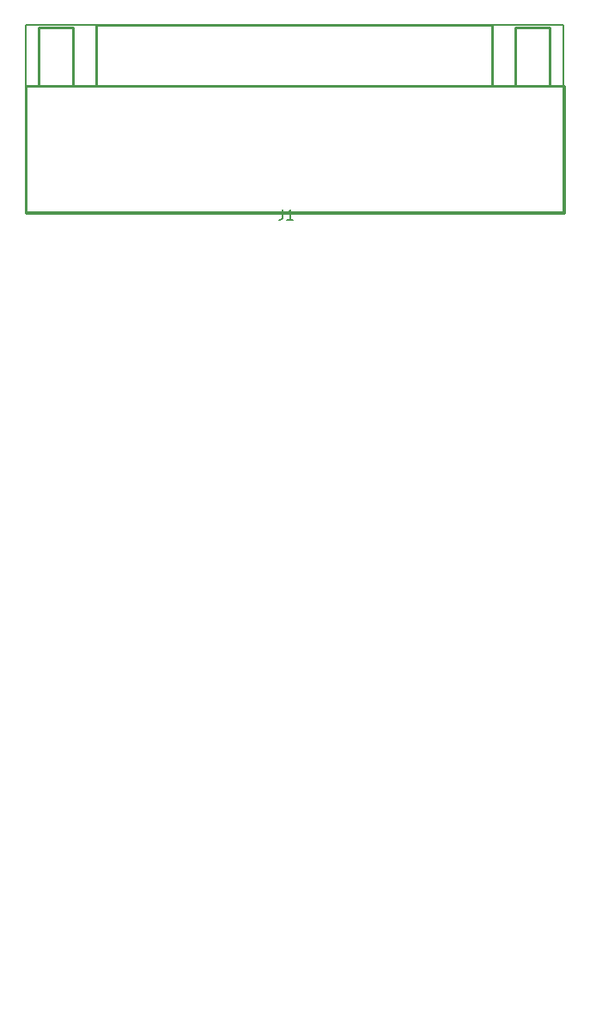
<source format=gbr>
%TF.GenerationSoftware,KiCad,Pcbnew,7.0.2*%
%TF.CreationDate,2023-11-03T12:40:05-06:00*%
%TF.ProjectId,KF40_DB25_Pinheader,4b463430-5f44-4423-9235-5f50696e6865,rev?*%
%TF.SameCoordinates,Original*%
%TF.FileFunction,Legend,Top*%
%TF.FilePolarity,Positive*%
%FSLAX46Y46*%
G04 Gerber Fmt 4.6, Leading zero omitted, Abs format (unit mm)*
G04 Created by KiCad (PCBNEW 7.0.2) date 2023-11-03 12:40:05*
%MOMM*%
%LPD*%
G01*
G04 APERTURE LIST*
%ADD10C,0.200000*%
%ADD11C,0.150000*%
%ADD12C,0.254000*%
%ADD13C,17.000000*%
%ADD14C,10.000000*%
%ADD15C,5.000000*%
%ADD16C,1.800000*%
%ADD17R,1.800000X1.800000*%
%ADD18O,1.700000X1.700000*%
%ADD19R,1.700000X1.700000*%
G04 APERTURE END LIST*
D10*
X-26500000Y52070000D02*
X26500000Y52070000D01*
X-26500000Y70520000D02*
X-26500000Y52070000D01*
X-26500000Y70520000D02*
X26500000Y70520000D01*
X26500000Y70520000D02*
X26500000Y52070000D01*
D11*
%TO.C,H2*%
X26084883Y-9962619D02*
X26084883Y-8962619D01*
X26084883Y-9438809D02*
X26656311Y-9438809D01*
X26656311Y-9962619D02*
X26656311Y-8962619D01*
X27084883Y-9057857D02*
X27132502Y-9010238D01*
X27132502Y-9010238D02*
X27227740Y-8962619D01*
X27227740Y-8962619D02*
X27465835Y-8962619D01*
X27465835Y-8962619D02*
X27561073Y-9010238D01*
X27561073Y-9010238D02*
X27608692Y-9057857D01*
X27608692Y-9057857D02*
X27656311Y-9153095D01*
X27656311Y-9153095D02*
X27656311Y-9248333D01*
X27656311Y-9248333D02*
X27608692Y-9391190D01*
X27608692Y-9391190D02*
X27037264Y-9962619D01*
X27037264Y-9962619D02*
X27656311Y-9962619D01*
%TO.C,J1*%
X-1190476Y52330380D02*
X-1190476Y51616095D01*
X-1190476Y51616095D02*
X-1238095Y51473238D01*
X-1238095Y51473238D02*
X-1333333Y51378000D01*
X-1333333Y51378000D02*
X-1476190Y51330380D01*
X-1476190Y51330380D02*
X-1571428Y51330380D01*
X-190476Y51330380D02*
X-761904Y51330380D01*
X-476190Y51330380D02*
X-476190Y52330380D01*
X-476190Y52330380D02*
X-571428Y52187523D01*
X-571428Y52187523D02*
X-666666Y52092285D01*
X-666666Y52092285D02*
X-761904Y52044666D01*
%TO.C,H6*%
X-27608692Y21037380D02*
X-27608692Y22037380D01*
X-27608692Y21561190D02*
X-27037264Y21561190D01*
X-27037264Y21037380D02*
X-27037264Y22037380D01*
X-26132502Y22037380D02*
X-26322978Y22037380D01*
X-26322978Y22037380D02*
X-26418216Y21989761D01*
X-26418216Y21989761D02*
X-26465835Y21942142D01*
X-26465835Y21942142D02*
X-26561073Y21799285D01*
X-26561073Y21799285D02*
X-26608692Y21608809D01*
X-26608692Y21608809D02*
X-26608692Y21227857D01*
X-26608692Y21227857D02*
X-26561073Y21132619D01*
X-26561073Y21132619D02*
X-26513454Y21085000D01*
X-26513454Y21085000D02*
X-26418216Y21037380D01*
X-26418216Y21037380D02*
X-26227740Y21037380D01*
X-26227740Y21037380D02*
X-26132502Y21085000D01*
X-26132502Y21085000D02*
X-26084883Y21132619D01*
X-26084883Y21132619D02*
X-26037264Y21227857D01*
X-26037264Y21227857D02*
X-26037264Y21465952D01*
X-26037264Y21465952D02*
X-26084883Y21561190D01*
X-26084883Y21561190D02*
X-26132502Y21608809D01*
X-26132502Y21608809D02*
X-26227740Y21656428D01*
X-26227740Y21656428D02*
X-26418216Y21656428D01*
X-26418216Y21656428D02*
X-26513454Y21608809D01*
X-26513454Y21608809D02*
X-26561073Y21561190D01*
X-26561073Y21561190D02*
X-26608692Y21465952D01*
%TO.C,H4*%
X-27608692Y-9962619D02*
X-27608692Y-8962619D01*
X-27608692Y-9438809D02*
X-27037264Y-9438809D01*
X-27037264Y-9962619D02*
X-27037264Y-8962619D01*
X-26132502Y-9295952D02*
X-26132502Y-9962619D01*
X-26370597Y-8915000D02*
X-26608692Y-9629285D01*
X-26608692Y-9629285D02*
X-25989645Y-9629285D01*
%TO.C,H1*%
X26084883Y21037380D02*
X26084883Y22037380D01*
X26084883Y21561190D02*
X26656311Y21561190D01*
X26656311Y21037380D02*
X26656311Y22037380D01*
X27656311Y21037380D02*
X27084883Y21037380D01*
X27370597Y21037380D02*
X27370597Y22037380D01*
X27370597Y22037380D02*
X27275359Y21894523D01*
X27275359Y21894523D02*
X27180121Y21799285D01*
X27180121Y21799285D02*
X27084883Y21751666D01*
%TO.C,H5*%
X-761904Y36537380D02*
X-761904Y37537380D01*
X-761904Y37061190D02*
X-190476Y37061190D01*
X-190476Y36537380D02*
X-190476Y37537380D01*
X761904Y37537380D02*
X285714Y37537380D01*
X285714Y37537380D02*
X238095Y37061190D01*
X238095Y37061190D02*
X285714Y37108809D01*
X285714Y37108809D02*
X380952Y37156428D01*
X380952Y37156428D02*
X619047Y37156428D01*
X619047Y37156428D02*
X714285Y37108809D01*
X714285Y37108809D02*
X761904Y37061190D01*
X761904Y37061190D02*
X809523Y36965952D01*
X809523Y36965952D02*
X809523Y36727857D01*
X809523Y36727857D02*
X761904Y36632619D01*
X761904Y36632619D02*
X714285Y36585000D01*
X714285Y36585000D02*
X619047Y36537380D01*
X619047Y36537380D02*
X380952Y36537380D01*
X380952Y36537380D02*
X285714Y36585000D01*
X285714Y36585000D02*
X238095Y36632619D01*
%TO.C,H3*%
X-761904Y-25462619D02*
X-761904Y-24462619D01*
X-761904Y-24938809D02*
X-190476Y-24938809D01*
X-190476Y-25462619D02*
X-190476Y-24462619D01*
X190476Y-24462619D02*
X809523Y-24462619D01*
X809523Y-24462619D02*
X476190Y-24843571D01*
X476190Y-24843571D02*
X619047Y-24843571D01*
X619047Y-24843571D02*
X714285Y-24891190D01*
X714285Y-24891190D02*
X761904Y-24938809D01*
X761904Y-24938809D02*
X809523Y-25034047D01*
X809523Y-25034047D02*
X809523Y-25272142D01*
X809523Y-25272142D02*
X761904Y-25367380D01*
X761904Y-25367380D02*
X714285Y-25415000D01*
X714285Y-25415000D02*
X619047Y-25462619D01*
X619047Y-25462619D02*
X333333Y-25462619D01*
X333333Y-25462619D02*
X238095Y-25415000D01*
X238095Y-25415000D02*
X190476Y-25367380D01*
D12*
%TO.C,J1*%
X-26550000Y51950000D02*
X26536000Y51950000D01*
X-26543000Y64525000D02*
X-26543000Y52079000D01*
X-26543000Y55000000D02*
X-26550000Y51950000D01*
X-25273000Y70240000D02*
X-21844000Y70240000D01*
X-25273000Y64525000D02*
X-25273000Y70240000D01*
X-21844000Y70240000D02*
X-21844000Y64525000D01*
X-19558000Y70494000D02*
X19431000Y70494000D01*
X-19558000Y64525000D02*
X-19558000Y70494000D01*
X19431000Y70494000D02*
X19431000Y64652000D01*
X21717000Y70240000D02*
X21717000Y64525000D01*
X25146000Y70240000D02*
X21717000Y70240000D01*
X25146000Y64525000D02*
X25146000Y70240000D01*
X26540000Y51950000D02*
X26543000Y64525000D01*
X26543000Y64525000D02*
X-26543000Y64525000D01*
%TD*%
%LPC*%
D13*
X29100000Y0D02*
G75*
G03*
X29100000Y0I-29100000J0D01*
G01*
D14*
%TO.C,H2*%
X26846788Y-15500000D03*
%TD*%
D15*
%TO.C,J1*%
X-23520000Y55000000D03*
X23520000Y55000000D03*
D16*
X-15235000Y56420000D03*
X-12465000Y56420000D03*
X-9695000Y56420000D03*
X-6925000Y56420000D03*
X-4155000Y56420000D03*
X-1385000Y56420000D03*
X1385000Y56420000D03*
X4155000Y56420000D03*
X6925000Y56420000D03*
X9695000Y56420000D03*
X12465000Y56420000D03*
X15235000Y56420000D03*
X-16620000Y53580000D03*
X-13850000Y53580000D03*
X-11080000Y53580000D03*
X-8310000Y53580000D03*
X-5540000Y53580000D03*
X-2770000Y53580000D03*
X0Y53580000D03*
X2770000Y53580000D03*
X5540000Y53580000D03*
X8310000Y53580000D03*
X11080000Y53580000D03*
X13850000Y53580000D03*
D17*
X16620000Y53580000D03*
%TD*%
D14*
%TO.C,H6*%
X-26846788Y15500000D03*
%TD*%
%TO.C,H4*%
X-26846788Y-15500000D03*
%TD*%
%TO.C,H1*%
X26846788Y15500000D03*
%TD*%
%TO.C,H5*%
X0Y31000000D03*
%TD*%
%TO.C,H3*%
X0Y-31000000D03*
%TD*%
D18*
%TO.C,J6*%
X-5000000Y-4480000D03*
X-5000000Y-1940000D03*
X-5000000Y600000D03*
D19*
X-5000000Y3140000D03*
%TD*%
D18*
%TO.C,J7*%
X-9600000Y600000D03*
D19*
X-9600000Y3140000D03*
%TD*%
D18*
%TO.C,J5*%
X-400000Y-4480000D03*
X-400000Y-1940000D03*
X-400000Y600000D03*
D19*
X-400000Y3140000D03*
%TD*%
D18*
%TO.C,J8*%
X-14200000Y600000D03*
D19*
X-14200000Y3140000D03*
%TD*%
D18*
%TO.C,J3*%
X8800000Y-4480000D03*
X8800000Y-1940000D03*
X8800000Y600000D03*
D19*
X8800000Y3140000D03*
%TD*%
D18*
%TO.C,J2*%
X13400000Y-4480000D03*
X13400000Y-1940000D03*
X13400000Y600000D03*
D19*
X13400000Y3140000D03*
%TD*%
D18*
%TO.C,J4*%
X4200000Y-4480000D03*
X4200000Y-1940000D03*
X4200000Y600000D03*
D19*
X4200000Y3140000D03*
%TD*%
%LPD*%
M02*

</source>
